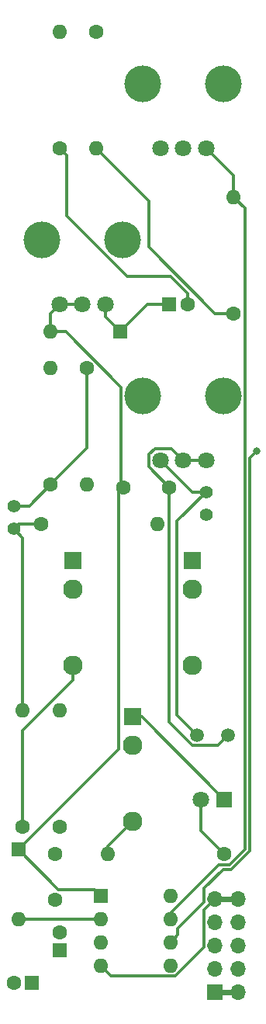
<source format=gtl>
G04 #@! TF.GenerationSoftware,KiCad,Pcbnew,(5.1.9)-1*
G04 #@! TF.CreationDate,2021-10-11T17:14:50+02:00*
G04 #@! TF.ProjectId,StupidBox,53747570-6964-4426-9f78-2e6b69636164,rev?*
G04 #@! TF.SameCoordinates,Original*
G04 #@! TF.FileFunction,Copper,L1,Top*
G04 #@! TF.FilePolarity,Positive*
%FSLAX46Y46*%
G04 Gerber Fmt 4.6, Leading zero omitted, Abs format (unit mm)*
G04 Created by KiCad (PCBNEW (5.1.9)-1) date 2021-10-11 17:14:50*
%MOMM*%
%LPD*%
G01*
G04 APERTURE LIST*
G04 #@! TA.AperFunction,WasherPad*
%ADD10C,4.000000*%
G04 #@! TD*
G04 #@! TA.AperFunction,ComponentPad*
%ADD11C,1.800000*%
G04 #@! TD*
G04 #@! TA.AperFunction,ComponentPad*
%ADD12O,1.600000X1.600000*%
G04 #@! TD*
G04 #@! TA.AperFunction,ComponentPad*
%ADD13R,1.600000X1.600000*%
G04 #@! TD*
G04 #@! TA.AperFunction,ComponentPad*
%ADD14C,1.600000*%
G04 #@! TD*
G04 #@! TA.AperFunction,ComponentPad*
%ADD15C,1.500000*%
G04 #@! TD*
G04 #@! TA.AperFunction,ComponentPad*
%ADD16C,2.130000*%
G04 #@! TD*
G04 #@! TA.AperFunction,ComponentPad*
%ADD17R,1.930000X1.830000*%
G04 #@! TD*
G04 #@! TA.AperFunction,ComponentPad*
%ADD18O,1.700000X1.700000*%
G04 #@! TD*
G04 #@! TA.AperFunction,ComponentPad*
%ADD19R,1.700000X1.700000*%
G04 #@! TD*
G04 #@! TA.AperFunction,ComponentPad*
%ADD20R,1.800000X1.800000*%
G04 #@! TD*
G04 #@! TA.AperFunction,ComponentPad*
%ADD21C,1.400000*%
G04 #@! TD*
G04 #@! TA.AperFunction,ViaPad*
%ADD22C,0.800000*%
G04 #@! TD*
G04 #@! TA.AperFunction,Conductor*
%ADD23C,0.600000*%
G04 #@! TD*
G04 #@! TA.AperFunction,Conductor*
%ADD24C,0.300000*%
G04 #@! TD*
G04 APERTURE END LIST*
D10*
X54900000Y-39000000D03*
X46100000Y-39000000D03*
D11*
X53000000Y-46000000D03*
X50500000Y-46000000D03*
X48000000Y-46000000D03*
D12*
X49120000Y-127500000D03*
X41500000Y-135120000D03*
X49120000Y-130040000D03*
X41500000Y-132580000D03*
X49120000Y-132580000D03*
X41500000Y-130040000D03*
X49120000Y-135120000D03*
D13*
X41500000Y-127500000D03*
D10*
X54900000Y-73000000D03*
X46100000Y-73000000D03*
D11*
X53000000Y-80000000D03*
X50500000Y-80000000D03*
X48000000Y-80000000D03*
D12*
X56000000Y-51300000D03*
D14*
X56000000Y-64000000D03*
D12*
X41000000Y-46000000D03*
D14*
X41000000Y-33300000D03*
D12*
X42300000Y-123000000D03*
D14*
X55000000Y-123000000D03*
D15*
X52025000Y-110000000D03*
X55425000Y-110000000D03*
D12*
X37000000Y-33300000D03*
D14*
X37000000Y-46000000D03*
D12*
X40000000Y-82700000D03*
D14*
X40000000Y-70000000D03*
D12*
X36000000Y-70000000D03*
D14*
X36000000Y-82700000D03*
D12*
X37000000Y-107300000D03*
D14*
X37000000Y-120000000D03*
D12*
X47700000Y-87000000D03*
D14*
X35000000Y-87000000D03*
D12*
X33000000Y-107300000D03*
D14*
X33000000Y-120000000D03*
D16*
X45000000Y-119400000D03*
D17*
X45000000Y-108000000D03*
D16*
X45000000Y-111100000D03*
X38500000Y-102400000D03*
D17*
X38500000Y-91000000D03*
D16*
X38500000Y-94100000D03*
X51500000Y-102400000D03*
D17*
X51500000Y-91000000D03*
D16*
X51500000Y-94100000D03*
D18*
X56540000Y-127840000D03*
X54000000Y-127840000D03*
X56540000Y-130380000D03*
X54000000Y-130380000D03*
X56540000Y-132920000D03*
X54000000Y-132920000D03*
X56540000Y-135460000D03*
X54000000Y-135460000D03*
X56540000Y-138000000D03*
D19*
X54000000Y-138000000D03*
D10*
X43900000Y-56000000D03*
X35100000Y-56000000D03*
D11*
X42000000Y-63000000D03*
X39500000Y-63000000D03*
X37000000Y-63000000D03*
X52460000Y-117000000D03*
D20*
X55000000Y-117000000D03*
D12*
X36000000Y-66000000D03*
D13*
X43620000Y-66000000D03*
D12*
X32500000Y-130120000D03*
D13*
X32500000Y-122500000D03*
D21*
X53000000Y-86000000D03*
X53000000Y-83500000D03*
D14*
X44000000Y-83000000D03*
X49000000Y-83000000D03*
X51000000Y-63000000D03*
D13*
X49000000Y-63000000D03*
D14*
X36500000Y-128000000D03*
X36500000Y-123000000D03*
D21*
X32000000Y-87500000D03*
X32000000Y-85000000D03*
D14*
X37000000Y-131500000D03*
D13*
X37000000Y-133500000D03*
D14*
X32000000Y-137000000D03*
D13*
X34000000Y-137000000D03*
D22*
X58500000Y-79000000D03*
D23*
X56540000Y-138000000D02*
X54000000Y-138000000D01*
X56540000Y-127840000D02*
X54000000Y-127840000D01*
D24*
X52799999Y-129040001D02*
X54000000Y-127840000D01*
X52799999Y-133142003D02*
X52799999Y-129040001D01*
X49672001Y-136270001D02*
X52799999Y-133142003D01*
X42650001Y-136270001D02*
X49672001Y-136270001D01*
X41500000Y-135120000D02*
X42650001Y-136270001D01*
X33000000Y-88500000D02*
X32000000Y-87500000D01*
X33000000Y-107300000D02*
X33000000Y-88500000D01*
X32500000Y-87000000D02*
X32000000Y-87500000D01*
X35000000Y-87000000D02*
X32500000Y-87000000D01*
X32000000Y-85000000D02*
X33000000Y-85000000D01*
X40000000Y-78700000D02*
X36000000Y-82700000D01*
X40000000Y-70000000D02*
X40000000Y-78700000D01*
X33700000Y-85000000D02*
X33000000Y-85000000D01*
X36000000Y-82700000D02*
X33700000Y-85000000D01*
X37799999Y-53378001D02*
X44421998Y-60000000D01*
X37799999Y-46799999D02*
X37799999Y-53378001D01*
X37000000Y-46000000D02*
X37799999Y-46799999D01*
X49131370Y-60000000D02*
X51000000Y-61868630D01*
X51000000Y-61868630D02*
X51000000Y-63000000D01*
X44421998Y-60000000D02*
X49131370Y-60000000D01*
X42000000Y-64380000D02*
X43620000Y-66000000D01*
X42000000Y-63000000D02*
X42000000Y-64380000D01*
X46620000Y-63000000D02*
X43620000Y-66000000D01*
X49000000Y-63000000D02*
X46620000Y-63000000D01*
X32580000Y-130040000D02*
X32500000Y-130120000D01*
X41500000Y-130040000D02*
X32580000Y-130040000D01*
X43749999Y-82749999D02*
X44000000Y-83000000D01*
X43749999Y-72047997D02*
X43749999Y-82749999D01*
X37702002Y-66000000D02*
X43749999Y-72047997D01*
X36000000Y-66000000D02*
X37702002Y-66000000D01*
X36000000Y-64000000D02*
X37000000Y-63000000D01*
X36000000Y-66000000D02*
X36000000Y-64000000D01*
X39500000Y-63000000D02*
X37000000Y-63000000D01*
X36849999Y-126849999D02*
X32500000Y-122500000D01*
X40849999Y-126849999D02*
X36849999Y-126849999D01*
X41500000Y-127500000D02*
X40849999Y-126849999D01*
X43494999Y-111505001D02*
X32500000Y-122500000D01*
X43494999Y-83505001D02*
X43494999Y-111505001D01*
X44000000Y-83000000D02*
X43494999Y-83505001D01*
X51496999Y-111100001D02*
X49000000Y-108603002D01*
X54324999Y-111100001D02*
X51496999Y-111100001D01*
X55425000Y-110000000D02*
X54324999Y-111100001D01*
X49000000Y-108603002D02*
X49000000Y-83000000D01*
X53000000Y-80000000D02*
X50500000Y-80000000D01*
X46749999Y-80749999D02*
X49000000Y-83000000D01*
X46749999Y-79399999D02*
X46749999Y-80749999D01*
X47399999Y-78749999D02*
X46749999Y-79399999D01*
X49249999Y-78749999D02*
X47399999Y-78749999D01*
X50500000Y-80000000D02*
X49249999Y-78749999D01*
X49844999Y-86655001D02*
X53000000Y-83500000D01*
X49844999Y-107819999D02*
X49844999Y-86655001D01*
X52025000Y-110000000D02*
X49844999Y-107819999D01*
X51500000Y-83500000D02*
X48000000Y-80000000D01*
X53000000Y-83500000D02*
X51500000Y-83500000D01*
X52460000Y-120460000D02*
X55000000Y-123000000D01*
X52460000Y-117000000D02*
X52460000Y-120460000D01*
X55000000Y-117000000D02*
X46000000Y-108000000D01*
X46000000Y-108000000D02*
X45000000Y-108000000D01*
X38500000Y-104000000D02*
X38500000Y-102400000D01*
X33000000Y-109500000D02*
X38500000Y-104000000D01*
X33000000Y-120000000D02*
X33000000Y-109500000D01*
X42300000Y-122100000D02*
X42300000Y-123000000D01*
X45000000Y-119400000D02*
X42300000Y-122100000D01*
X46749999Y-51749999D02*
X41000000Y-46000000D01*
X46749999Y-56749999D02*
X46749999Y-51749999D01*
X54000000Y-64000000D02*
X46749999Y-56749999D01*
X56000000Y-64000000D02*
X54000000Y-64000000D01*
X57750011Y-122659111D02*
X57750011Y-79749989D01*
X55759111Y-124650011D02*
X57750011Y-122659111D01*
X57750011Y-79749989D02*
X58500000Y-79000000D01*
X52799999Y-126700001D02*
X54849989Y-124650011D01*
X52799999Y-128200001D02*
X52799999Y-126700001D01*
X49919999Y-131080001D02*
X52799999Y-128200001D01*
X49919999Y-131780001D02*
X49919999Y-131080001D01*
X54849989Y-124650011D02*
X55759111Y-124650011D01*
X49120000Y-132580000D02*
X49919999Y-131780001D01*
X58500000Y-79000000D02*
X58500000Y-79000000D01*
X56000000Y-49000000D02*
X53000000Y-46000000D01*
X56000000Y-51300000D02*
X56000000Y-49000000D01*
X49662002Y-130040000D02*
X49120000Y-130040000D01*
X57250001Y-52550001D02*
X57250001Y-122452001D01*
X56000000Y-51300000D02*
X57250001Y-52550001D01*
X55552001Y-124150001D02*
X54349999Y-124150001D01*
X57250001Y-122452001D02*
X55552001Y-124150001D01*
X49120000Y-129380000D02*
X49120000Y-130040000D01*
X54349999Y-124150001D02*
X49120000Y-129380000D01*
M02*

</source>
